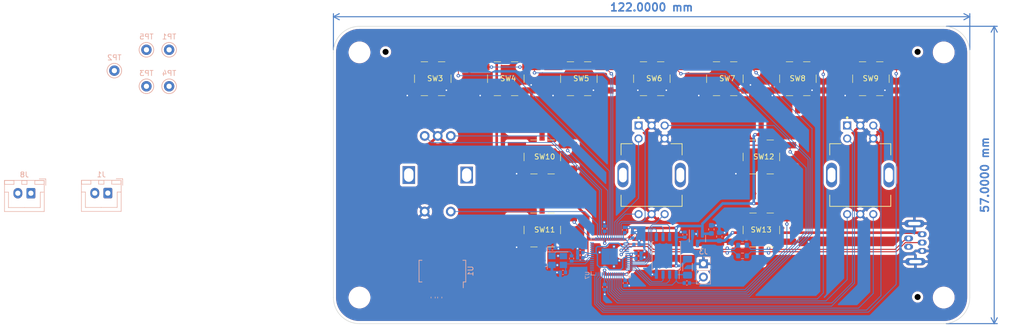
<source format=kicad_pcb>
(kicad_pcb (version 20211014) (generator pcbnew)
  (title_block (date "${DATE}") (rev "${REVISION}"))
  (layers (0 "F.Cu" signal) (31 "B.Cu" signal) (34 "B.Paste" user) (35 "F.Paste" user) (36 "B.SilkS" user "B.Silkscreen") (37 "F.SilkS" user "F.Silkscreen") (38 "B.Mask" user) (39 "F.Mask" user) (44 "Edge.Cuts" user))
  (net 0 "")
  (net 1 "+3V3")
  (net 2 "GND")
  (net 3 "/RP2040/XIN")
  (net 4 "/RP2040/XOUT")
  (net 5 "VBUS")
  (net 6 "+1V1")
  (net 7 "/RP2040/USB_D-")
  (net 8 "/RP2040/USB_D+")
  (net 10 "/BARO_A")
  (net 11 "/STD_BTN")
  (net 12 "/BARO_B")
  (net 13 "/MENU_ADV_A")
  (net 14 "/MENU_ADV_A'")
  (net 15 "/DATA_B'")
  (net 16 "/DATA_B")
  (net 17 "/SELECT_BTN")
  (net 19 "/TILT_A")
  (net 21 "/TILT_A'")
  (net 22 "/RANGE_B")
  (net 23 "/AUTO_TILT_BTN")
  (net 24 "/RANGE_B'")
  (net 25 "/MASTER_WARNING")
  (net 26 "/MASTER_CAUTION")
  (net 27 "/RP2040/QSPI_SS")
  (net 28 "/RP2040/~{USB_BOOT}")
  (net 29 "/RP2040/XOUT_R")
  (net 30 "/REXT")
  (net 31 "/NAV")
  (net 32 "/LED_NAV")
  (net 33 "/PFD_MENU")
  (net 34 "/LED_PFD_MENU")
  (net 35 "/ESC")
  (net 36 "/LED_ESC")
  (net 37 "/ET")
  (net 38 "/LED_ET")
  (net 39 "/FRMT")
  (net 40 "/LED_FRMT")
  (net 41 "/TERRWX")
  (net 42 "/LED_TERRWX")
  (net 43 "/TFC")
  (net 44 "/LED_TFC")
  (net 45 "/CCP_MENU")
  (net 46 "/LED_CCP_MENU")
  (net 47 "/REFS_MENU")
  (net 48 "/LED_REFS_MENU")
  (net 49 "/RADAR_MENU")
  (net 50 "/LED_RADAR_MENU")
  (net 51 "/TAWS_MENU")
  (net 52 "/LED_TAWS_MENU")
  (net 53 "/LED_DIN")
  (net 54 "/LED_CLOCK")
  (net 55 "/LED_LATCH")
  (net 56 "/BRIGHTNESS")
  (net 57 "/LED_MASTER_CAUTION")
  (net 58 "/LED_MASTER_WARNING")
  (net 63 "/RP2040/QSPI_SD1")
  (net 64 "/RP2040/QSPI_SD2")
  (net 65 "/RP2040/QSPI_SD0")
  (net 66 "/RP2040/QSPI_SCLK")
  (net 67 "/RP2040/QSPI_SD3")
  (net 70 "/RP2040/~{RST}")
  (net 73 "/RP2040/USB_D_R+")
  (net 74 "/RP2040/USB_D_R-")
  (net 75 "/RP2040/GPIO12")
  (net 76 "/RP2040/GPIO17")
  (net 77 "/RP2040/GPIO16")
  (net 78 "/RP2040/GPIO15")
  (net 79 "/RP2040/GPIO14")
  (net 80 "/RP2040/GPIO13")
  (footprint "Custom_Footprints:SW_PUSH_LED_SMD" (layer "F.Cu") (at 39 30)
    (fp_text reference "SW3")
    (fp_text value "SW_PUSH_LED")
  )
  (footprint "Custom_Footprints:SW_PUSH_LED_SMD" (layer "F.Cu") (at 60 59)
    (fp_text reference "SW11")
    (fp_text value "SW_PUSH_LED")
  )
  (footprint "Custom_Footprints:SW_PUSH_LED_SMD" (layer "F.Cu") (at 102 45)
    (fp_text reference "SW12")
    (fp_text value "SW_PUSH_LED")
  )
  (footprint "Custom_Footprints:SW_PUSH_LED_SMD" (layer "F.Cu") (at 81 30)
    (fp_text reference "SW6")
    (fp_text value "SW_PUSH_LED")
  )
  (footprint "MountingHole:MountingHole_3.2mm_M3" (layer "F.Cu") (at 25 72)
    (fp_text reference "H3" hide)
    (fp_text value "Board mount" hide)
  )
  (footprint "Custom_Footprints:SW_PUSH_LED_SMD" (layer "F.Cu") (at 123 30)
    (fp_text reference "SW9")
    (fp_text value "SW_PUSH_LED")
  )
  (footprint "Custom_Footprints:SW_PUSH_LED_SMD" (layer "F.Cu") (at 95 30)
    (fp_text reference "SW7")
    (fp_text value "SW_PUSH_LED")
  )
  (footprint "MountingHole:MountingHole_3.2mm_M3" (layer "F.Cu") (at 25 25)
    (fp_text reference "H1" hide)
    (fp_text value "Board mount" hide)
  )
  (footprint "Custom_Footprints:SW_PUSH_LED_SMD" (layer "F.Cu") (at 67 30)
    (fp_text reference "SW5")
    (fp_text value "SW_PUSH_LED")
  )
  (footprint "Custom_Footprints:ALPS-EC11EBB24C03-0" (layer "F.Cu") (at 121 48.514)
    (fp_text reference "ENC3" hide)
    (fp_text value "TILT and RANGE encoder" hide)
  )
  (footprint "Custom_Footprints:SW_PUSH_LED_SMD" (layer "F.Cu") (at 102 59)
    (fp_text reference "SW13")
    (fp_text value "SW_PUSH_LED")
  )
  (footprint "Custom_Footprints:SW_PUSH_LED_SMD" (layer "F.Cu") (at 53 30)
    (fp_text reference "SW4")
    (fp_text value "SW_PUSH_LED")
  )
  (footprint "Custom_Footprints:ALPS-EC11EBB24C03-0" (layer "F.Cu") (at 81 48.514)
    (fp_text reference "ENC2" hide)
    (fp_text value "MENU ADV and DATA encoder" hide)
  )
  (footprint "MountingHole:MountingHole_3.2mm_M3" (layer "F.Cu") (at 137 72)
    (fp_text reference "H4" hide)
    (fp_text value "Board mount" hide)
  )
  (footprint "MountingHole:MountingHole_3.2mm_M3" (layer "F.Cu") (at 137 25)
    (fp_text reference "H2" hide)
    (fp_text value "Board mount" hide)
  )
  (footprint "Custom_Footprints:SW_PUSH_LED_SMD" (layer "F.Cu") (at 109 30)
    (fp_text reference "SW8")
    (fp_text value "SW_PUSH_LED")
  )
  (footprint "Custom_Footprints:EN11-HSM1BF20_THT" (layer "F.Cu") (at 40 48.514 180)
    (fp_text reference "ENC1" hide)
    (fp_text value "BARO encoder" hide)
  )
  (footprint "Custom_Footprints:SW_PUSH_LED_SMD" (layer "F.Cu") (at 60 45)
    (fp_text reference "SW10")
    (fp_text value "SW_PUSH_LED")
  )
  (footprint "Package_SO:SSOP-24_3.9x8.7mm_P0.635mm" (layer "B.Cu") (at 40.894 66.929 90)
    (fp_text reference "U1")
    (fp_text value "DM13A")
  )
  (footprint "Custom_Footprints:JLCPCB_Tooling_Hole" (layer "B.Cu") (at 132 25 180)
    (fp_text reference "H8" hide)
    (fp_text value "JLCPCB tooling" hide)
  )
  (footprint "TestPoint:TestPoint_Keystone_5000-5004_Miniature" (layer "B.Cu") (at -11.5 31.5 180)
    (fp_text reference "TP4")
    (fp_text value "TestPoint")
  )
  (footprint "Custom_Footprints:Perfect_0402" (layer "B.Cu") (at 67.31 64.389 180)
    (fp_text reference "C20" hide)
    (fp_text value "1uF" hide)
  )
  (footprint "Custom_Footprints:Perfect_0402" (layer "B.Cu") (at 87.376 59.944 90)
    (fp_text reference "C8" hide)
    (fp_text value "100nF" hide)
  )
  (footprint "Custom_Footprints:Perfect_0402" (layer "B.Cu") (at 77.343 60.071 90)
    (fp_text reference "C13" hide)
    (fp_text value "1uF" hide)
  )
  (footprint "Connector_JST:JST_XH_B2B-XH-A_1x02_P2.50mm_Vertical" (layer "B.Cu") (at -38 52 180)
    (fp_text reference "J8")
    (fp_text value "Conn_01x02")
  )
  (footprint "TestPoint:TestPoint_Keystone_5000-5004_Miniature" (layer "B.Cu") (at -15.85 24.5 180)
    (fp_text reference "TP5")
    (fp_text value "TestPoint")
  )
  (footprint "TestPoint:TestPoint_Keystone_5000-5004_Miniature" (layer "B.Cu") (at -11.5 24.5 180)
    (fp_text reference "TP1")
    (fp_text value "TestPoint")
  )
  (footprint "Custom_Footprints:Perfect_0402" (layer "B.Cu") (at 61.976 62.484)
    (fp_text reference "C6" hide)
    (fp_text value "10pF" hide)
  )
  (footprint "Custom_Footprints:USB_B_Mini_Amphenol_UE25BE5510H" (layer "B.Cu") (at 131.572 61.468 90)
    (fp_text reference "J6" hide)
    (fp_text value "USB_B_Micro" hide)
  )
  (footprint "Package_TO_SOT_SMD:SOT-23" (layer "B.Cu") (at 89.789 60.706 -90)
    (fp_text reference "U2" hide)
    (fp_text value "XC6206P332MR" hide)
  )
  (footprint "Custom_Footprints:Perfect_0402" (layer "B.Cu") (at 65.659 64.516 90)
    (fp_text reference "R2" hide)
    (fp_text value "1k" hide)
  )
  (footprint "Resistor_SMD:R_1206_3216Metric_Pad1.30x1.75mm_HandSolder" (layer "B.Cu") (at 87.884 66.167 -90)
    (fp_text reference "R5" hide)
    (fp_text value "DNF" hide)
  )
  (footprint "Custom_Footprints:Perfect_0402" (layer "B.Cu") (at 75.946 69.215 -90)
    (fp_text reference "C19" hide)
    (fp_text value "1uF" hide)
  )
  (footprint "Custom_Footprints:Perfect_0402" (layer "B.Cu") (at 64.008 67.183 180)
    (fp_text reference "C5" hide)
    (fp_text value "10pF" hide)
  )
  (footprint "Resistor_SMD:R_0603_1608Metric" (layer "B.Cu") (at 98.425 61.976 180)
    (fp_text reference "R7" hide)
    (fp_text value "27" hide)
  )
  (footprint "Custom_Footprints:Perfect_0402" (layer "B.Cu") (at 78.486 64.516)
    (fp_text reference "C11" hide)
    (fp_text value "1uF" hide)
  )
  (footprint "Custom_Footprints:Perfect_0402" (layer "B.Cu") (at 75.819 59.055 90)
    (fp_text reference "C15" hide)
    (fp_text value "1uF" hide)
  )
  (footprint "TestPoint:TestPoint_Keystone_5000-5004_Miniature" (layer "B.Cu") (at -22 28.5 180)
    (fp_text reference "TP2")
    (fp_text value "TestPoint")
  )
  (footprint "Custom_Footprints:JLCPCB_Tooling_Hole" (layer "B.Cu") (at 30 25 180)
    (fp_text reference "H10" hide)
    (fp_text value "JLCPCB tooling" hide)
  )
  (footprint "Custom_Footprints:JLCPCB_Tooling_Hole" (layer "B.Cu") (at 132 72 180)
    (fp_text reference "H9" hide)
    (fp_text value "JLCPCB tooling" hide)
  )
  (footprint "Custom_Footprints:Perfect_0402" (layer "B.Cu") (at 72.009 58.801 90)
    (fp_text reference "C18" hide)
    (fp_text value "1uF" hide)
  )
  (footprint "Custom_Footprints:Perfect_0402" (layer "B.Cu") (at 87.757 69.215)
    (fp_text reference "R3" hide)
    (fp_text value "1k" hide)
  )
  (footprint "Crystal:Crystal_SMD_3225-4Pin_3.2x2.5mm" (layer "B.Cu") (at 62.992 64.897)
    (fp_text reference "Y1" hide)
    (fp_text value "X322512MSB4SI" hide)
  )
  (footprint "Custom_Footprints:Perfect_0402" (layer "B.Cu") (at 78.486 63.5)
    (fp_text reference "C16" hide)
    (fp_text value "1uF" hide)
  )
  (footprint "Capacitor_SMD:C_0603_1608Metric" (layer "B.Cu") (at 93.98 60.325 90)
    (fp_text reference "C7" hide)
    (fp_text value "1uF" hide)
  )
  (footprint "Custom_Footprints:Perfect_0402" (layer "B.Cu") (at 72.009 69.977 -90)
    (fp_text reference "C17" hide)
    (fp_text value "1uF" hide)
  )
  (footprint "Custom_Footprints:QFN57P40_700X700X90L40X18T310N" (layer "B.Cu") (at 72.9488 64.135 180)
    (fp_text reference "U7")
    (fp_text value "RP2040")
  )
  (footprint "Custom_Footprints:Perfect_0402" (layer "B.Cu") (at 39.116 72.009 90)
    (fp_text reference "R1")
    (fp_text value "R_Small" hide)
  )
  (footprint "Connector_JST:JST_XH_B2B-XH-A_1x02_P2.50mm_Vertical" (layer "B.Cu") (at -23.25 51.975 180)
    (fp_text reference "J1")
    (fp_text value "Conn_01x02")
  )
  (footprint "Capacitor_SMD:C_0603_1608Metric" (layer "B.Cu") (at 92.456 58.928 90)
    (fp_text reference "C9" hide)
    (fp_text value "1uF" hide)
  )
  (footprint "Resistor_SMD:R_0603_1608Metric" (layer "B.Cu") (at 98.425 64.008 180)
    (fp_text reference "R6" hide)
    (fp_text value "27" hide)
  )
  (footprint "Custom_Footprints:Perfect_0402" (layer "B.Cu") (at 78.105 61.849)
    (fp_text reference "C10" hide)
    (fp_text value "1uF" hide)
  )
  (footprint "Custom_Footprints:Perfect_0402" (layer "B.Cu") (at 67.31 63.373 180)
    (fp_text reference "C12" hide)
    (fp_text value "1uF" hide)
  )
  (footprint "Custom_Footprints:Perfect_0402" (layer "B.Cu") (at 40.386 72.009 90)
    (fp_text reference "C1")
    (fp_text value "100nF" hide)
  )
  (footprint "Connector_PinHeader_2.54mm:PinHeader_1x02_P2.54mm_Vertical" (layer "B.Cu") (at 90.932 65.527 180)
    (fp_text reference "J3")
    (fp_text value "Conn_01x02" hide)
  )
  (footprint "Package_SO:SOIC-8_5.23x5.23mm_P1.27mm" (layer "B.Cu") (at 83.82 64.008 90)
    (fp_text reference "U6" hide)
    (fp_text value "W25Q128JVS" hide)
  )
  (footprint "TestPoint:TestPoint_Keystone_5000-5004_Miniature" (layer "B.Cu") (at -15.85 31.5 180)
    (fp_text reference "TP3")
    (fp_text value "TestPoint")
  )
  (gr_arc (start 137 20) (mid 140.535534 21.464466) (end 142 25) (layer "Edge.Cuts") (width 0.1))
  (gr_line (start 142 72) (end 142 25) (layer "Edge.Cuts") (width 0.1))
  (gr_arc (start 25 77) (mid 21.464466 75.535534) (end 20 72) (layer "Edge.Cuts") (width 0.1))
  (gr_line (start 25 77) (end 137 77) (layer "Edge.Cuts") (width 0.1))
  (gr_line (start 25 20) (end 137 20) (layer "Edge.Cuts") (width 0.1))
  (gr_arc (start 142 72) (mid 140.535534 75.535534) (end 137 77) (layer "Edge.Cuts") (width 0.1))
  (gr_arc (start 20 25) (mid 21.464466 21.464466) (end 25 20) (layer "Edge.Cuts") (width 0.1))
  (gr_line (start 20 25) (end 20 72) (layer "Edge.Cuts") (width 0.1))
  (dimension (type aligned) (layer "B.Cu") (pts (xy 137 20) (xy 137 77)) (height -9.685) (gr_text "57.0000 mm" (at 144.885 48.5 90) (layer "B.Cu") (effects (font (size 1.5 1.5) (thickness 0.3)))) (format (units 3) (units_format 1) (precision 4)) (style (thickness 0.2) (arrow_length 1.27) (text_position_mode 0) (extension_height 0.58642) (extension_offset 0.5) keep_text_aligned))
  (dimension (type aligned) (layer "B.Cu") (pts (xy 20 25) (xy 142 25)) (height -6.839) (gr_text "122.0000 mm" (at 81 16.361) (layer "B.Cu") (effects (font (size 1.5 1.5) (thickness 0.3)))) (format (units 3) (units_format 1) (precision 4)) (style (thickness 0.2) (arrow_length 1.27) (text_position_mode 0) (extension_height 0.58642) (extension_offset 0.5) keep_text_aligned))
  (segment (start 76.327 60.833) (end 72.009 60.833) (width 0.5) (layer "F.Cu") (net 1))
  (segment (start 53.763 40.174) (end 60 40.174) (width 0.5) (layer "F.Cu") (net 1))
  (segment (start 76.327 60.833) (end 77.305501 59.854499) (width 0.5) (layer "F.Cu") (net 1))
  (segment (start 60 54.174) (end 57.095 54.174) (width 0.5) (layer "F.Cu") (net 1))
  (segment (start 77.089 65.786) (end 77.089 63.73698) (width 0.5) (layer "F.Cu") (net 1))
  (segment (start 100.838 40.767) (end 101.407 40.767) (width 0.5) (layer "F.Cu") (net 1))
  (segment (start 123 25.174) (end 39 25.174) (width 0.5) (layer "F.Cu") (net 1))
  (segment (start 77.305501 59.854499) (end 77.305501 58.674) (width 0.5) (layer "F.Cu") (net 1))
  (segment (start 71.984932 66.769776) (end 71.984932 67.539932) (width 0.5) (layer "F.Cu") (net 1))
  (segment (start 72.009 67.564) (end 76.2 67.564) (width 0.5) (layer "F.Cu") (net 1))
  (segment (start 68.834 56.642) (end 66.366 54.174) (width 0.5) (layer "F.Cu") (net 1))
  (segment (start 51.308 25.4) (end 51.308 37.719) (width 0.5) (layer "F.Cu") (net 1))
  (segment (start 72.009 60.833) (end 72.009 61.595) (width 0.5) (layer "F.Cu") (net 1))
  (segment (start 68.802668 63.986292) (end 68.802668 60.864332) (width 0.2) (layer "F.Cu") (net 1))
  (segment (start 77.305501 58.674) (end 85.725 58.674) (width 0.5) (layer "F.Cu") (net 1))
  (segment (start 57.095 54.174) (end 51.308 48.387) (width 0.5) (layer "F.Cu") (net 1))
  (segment (start 66.366 54.174) (end 60 54.174) (width 0.5) (layer "F.Cu") (net 1))
  (segment (start 77.089 63.73698) (end 77.09048 63.7355) (width 0.5) (layer "F.Cu") (net 1))
  (segment (start 71.984932 67.539932) (end 72.009 67.564) (width 0.5) (layer "F.Cu") (net 1))
  (segment (start 77.089 66.675) (end 77.089 65.786) (width 0.5) (layer "F.Cu") (net 1))
  (segment (start 85.725 65.913) (end 77.216 65.913) (width 0.5) (layer "F.Cu") (net 1))
  (segment (start 68.802668 63.986292) (end 68.707 64.08196) (width 0.2) (layer "F.Cu") (net 1))
  (segment (start 51.308 37.719) (end 53.763 40.174) (width 0.5) (layer "F.Cu") (net 1))
  (segment (start 51.308 48.387) (end 51.308 37.719) (width 0.5) (layer "F.Cu") (net 1))
  (segment (start 68.802668 60.864332) (end 68.834 60.833) (width 0.2) (layer "F.Cu") (net 1))
  (segment (start 68.834 60.833) (end 68.834 56.642) (width 0.5) (layer "F.Cu") (net 1))
  (segment (start 77.216 65.913) (end 77.089 65.786) (width 0.25) (layer "F.Cu") (net 1))
  (segment (start 101.407 40.767) (end 102 40.174) (width 0.5) (layer "F.Cu") (net 1))
  (segment (start 100.584 53.975) (end 101.801 53.975) (width 0.5) (layer "F.Cu") (net 1))
  (segment (start 76.2 67.564) (end 77.089 66.675) (width 0.5) (layer "F.Cu") (net 1))
  (segment (start 68.834 60.833) (end 72.009 60.833) (width 0.5) (layer "F.Cu") (net 1))
  (via (at 77.09048 63.7355) (size 0.65) (drill 0.3) (layers "F.Cu" "B.Cu") (net 1))
  (via (at 85.725 65.913) (size 0.65) (drill 0.3) (layers "F.Cu" "B.Cu") (net 1))
  (via (at 100.838 40.767) (size 0.65) (drill 0.3) (layers "F.Cu" "B.Cu") (net 1))
  (via (at 100.584 53.975) (size 0.65) (drill 0.3) (layers "F.Cu" "B.Cu") (net 1))
  (via (at 71.984932 66.769776) (size 0.65) (drill 0.3) (layers "F.Cu" "B.Cu") (net 1))
  (via (at 76.2 67.564) (size 0.65) (drill 0.3) (layers "F.Cu" "B.Cu") (net 1))
  (via (at 68.488949 64.05234) (size 0.65) (drill 0.3) (layers "F.Cu" "B.Cu") (net 1))
  (via (at 76.327 60.833) (size 0.65) (drill 0.3) (layers "F.Cu" "B.Cu") (net 1))
  (via (at 72.009 61.595) (size 0.65) (drill 0.3) (layers "F.Cu" "B.Cu") (net 1))
  (via (at 85.725 58.674) (size 0.65) (drill 0.3) (layers "F.Cu" "B.Cu") (net 1))
  (segment (start 75.752 61.535) (end 75.692 61.595) (width 0.2) (layer "B.Cu") (net 1))
  (segment (start 76.327 60.833) (end 77.081 60.833) (width 0.2) (layer "B.Cu") (net 1))
  (segment (start 71.9488 60.75) (end 71.9488 59.3612) (width 0.15) (layer "B.Cu") (net 1))
  (segment (start 77.09048 63.62848) (end 77.09048 63.7355) (width 0.2) (layer "B.Cu") (net 1))
  (segment (start 75.692 61.595) (end 75.692 61.849) (width 0.2) (layer "B.Cu") (net 1))
  (segment (start 85.725 58.674) (end 86.106 58.293) (width 0.5) (layer "B.Cu") (net 1))
  (segment (start 71.9488 67.52) (end 71.9488 69.4168) (width 0.2) (layer "B.Cu") (net 1))
  (segment (start 86.106 58.293) (end 90.297 58.293) (width 0.5) (layer "B.Cu") (net 1))
  (segment (start 75.5488 67.52) (end 76.156 67.52) (width 0.2) (layer "B.Cu") (net 1))
  (segment (start 76.89098 63.935) (end 77.09048 63.7355) (width 0.2) (layer "B.Cu") (net 1))
  (segment (start 76.997 63.535) (end 77.09048 63.62848) (width 0.2) (layer "B.Cu") (net 1))
  (segment (start 75.778 61.935) (end 76.3338 61.935) (width 0.2) (layer "B.Cu") (net 1))
  (segment (start 76.327 60.96) (end 76.327 60.833) (width 0.2) (layer "B.Cu") (net 1))
  (segment (start 85.725 58.674) (end 85.725 60.408) (width 0.5) (layer "B.Cu") (net 1))
  (segment (start 90.739 59.7685) (end 92.3905 59.7685) (width 0.5) (layer "B.Cu") (net 1))
  (segment (start 77.32598 63.5) (end 77.09048 63.7355) (width 0.2) (layer "B.Cu") (net 1))
  (segment (start 90.739 59.7685) (end 90.739 57.851) (width 0.5) (layer "B.Cu") (net 1))
  (segment (start 87.376 60.444) (end 85.761 60.444) (width 0.25) (layer "B.Cu") (net 1))
  (segment (start 75.5488 60.75) (end 75.5488 59.9522) (width 0.2) (layer "B.Cu") (net 1))
  (segment (start 69.5638 63.935) (end 68.85396 63.935) (width 0.2) (layer "B.Cu") (net 1))
  (segment (start 71.9488 61.5348) (end 72.009 61.595) (width 0.2) (layer "B.Cu") (net 1))
  (segment (start 77.986 63.5) (end 77.32598 63.5) (width 0.2) (layer "B.Cu") (net 1))
  (segment (start 76.156 67.52) (end 76.2 67.564) (width 0.2) (layer "B.Cu") (net 1))
  (segment (start 90.739 57.851) (end 94.615 53.975) (width 0.5) (layer "B.Cu") (net 1))
  (segment (start 76.3338 60.9668) (end 76.3338 61.535) (width 0.2) (layer "B.Cu") (net 1))
  (segment (start 87.884 64.617) (end 86.588 65.913) (width 0.5) (layer "B.Cu") (net 1))
  (segment (start 75.5488 60.75) (end 76.117 60.75) (width 0.2) (layer "B.Cu") (net 1))
  (segment (start 67.81 64.389) (end 68.152289 64.389) (width 0.2) (layer "B.Cu") (net 1))
  (segment (start 100.584 53.975) (end 100.584 41.021) (width 0.5) (layer "B.Cu") (net 1))
  (segment (start 76.3338 63.935) (end 76.89098 63.935) (width 0.2) (layer "B.Cu") (net 1))
  (segment (start 71.9488 67.52) (end 71.9488 66.805908) (width 0.2) (layer "B.Cu") (net 1))
  (segment (start 68.152289 64.389) (end 68.488949 64.05234) (width 0.2) (layer "B.Cu") (net 1))
  (segment (start 76.117 60.75) (end 76.3338 60.9668) (width 0.2) (layer "B.Cu") (net 1))
  (segment (start 77.081 60.833) (end 77.343 60.571) (width 0.2) (layer "B.Cu") (net 1))
  (segment (start 71.9488 66.805908) (end 71.984932 66.769776) (width 0.2) (layer "B.Cu") (net 1))
  (segment (start 75.5488 67.52) (end 75.5488 68.0558) (width 0.2) (layer "B.Cu") (net 1))
  (segment (start 76.3338 63.535) (end 76.997 63.535) (width 0.2) (layer "B.Cu") (net 1))
  (segment (start 75.5488 68.0558) (end 75.946 68.453) (width 0.2) (layer "B.Cu") (net 1))
  (segment (start 75.692 61.849) (end 75.778 61.935) (width 0.2) (layer "B.Cu") (net 1))
  (segment (start 76.3338 61.535) (end 75.752 61.535) (width 0.2) (layer "B.Cu") (net 1))
  (segment (start 68.85396 63.935) (end 68.802668 63.986292) (width 0.2) (layer "B.Cu") (net 1))
  (segment (start 85.725 60.408) (end 85.725 65.913) (width 0.5) (layer "B.Cu") (net 1))
  (segment (start 75.5488 59.9522) (end 75.946 59.555) (width 0.2) (layer "B.Cu") (net 1))
  (segment (start 94.615 53.975) (end 100.584 53.975) (width 0.5) (layer "B.Cu") (net 1))
  (segment (start 75.946 68.453) (end 75.946 68.715) (width 0.2) (layer "B.Cu") (net 1))
  (segment (start 100.584 41.021) (end 100.838 40.767) (width 0.5) (layer "B.Cu") (net 1))
  (segment (start 71.9488 60.75) (end 71.9488 61.5348) (width 0.2) (layer "B.Cu") (net 1))
  (segment (start 86.588 65.913) (end 85.725 65.913) (width 0.5) (layer "B.Cu") (net 1))
  (segment (start 48.174 32.298) (end 48.174 33.233) (width 0.2) (layer "F.Cu") (net 2))
  (segment (start 55.174 47.298) (end 55.174 48.204) (width 0.2) (layer "F.Cu") (net 2))
  (segment (start 111.082 61.298) (end 111.125 61.341) (width 0.2) (layer "F.Cu") (net 2))
  (segment (start 48.174 33.233) (end 48.133 33.274) (width 0.2) (layer "F.Cu") (net 2))
  (segment (start 57.953 31.283) (end 57.912 31.242) (width 0.15) (layer "F.Cu") (net 2))
  (segment (start 62.174 33.203) (end 62.103 33.274) (width 0.2) (layer "F.Cu") (net 2))
  (segment (start 99.953 31.246) (end 99.949 31.242) (width 0.15) (layer "F.Cu") (net 2))
  (segment (start 57.953 32.298) (end 57.953 31.283) (width 0.15) (layer "F.Cu") (net 2))
  (segment (start 34.174 32.298) (end 34.174 33.263) (width 0.2) (layer "F.Cu") (net 2))
  (segment (start 118.174 33.21) (end 118.11 33.274) (width 0.2) (layer "F.Cu") (net 2))
  (segment (start 106.953 61.298) (end 111.082 61.298) (width 0.2) (layer "F.Cu") (net 2))
  (segment (start 99.953 32.298) (end 99.953 31.246) (width 0.15) (layer "F.Cu") (net 2))
  (segment (start 43.953 32.298) (end 41.696 32.298) (width 0.15) (layer "F.Cu") (net 2))
  (segment (start 125.77 32.298) (end 125.73 32.258) (width 0.15) (layer "F.Cu") (net 2))
  (segment (start 85.953 32.298) (end 83.86 32.298) (width 0.15) (layer "F.Cu") (net 2))
  (segment (start 104.564 61.298) (end 97.174 61.298) (width 0.2) (layer "F.Cu") (net 2))
  (segment (start 78.319 32.298) (end 78.359 32.258) (width 0.15) (layer "F.Cu") (net 2))
  (segment (start 127.953 32.298) (end 125.77 32.298) (width 0.15) (layer "F.Cu") (net 2))
  (segment (start 69.89 32.298) (end 69.85 32.258) (width 0.15) (layer "F.Cu") (net 2))
  (segment (start 62.174 32.298) (end 62.174 33.203) (width 0.2) (layer "F.Cu") (net 2))
  (segment (start 64.953 61.298) (end 55.174 61.298) (width 0.2) (layer "F.Cu") (net 2))
  (segment (start 55.174 61.298) (end 55.174 62.301) (width 0.2) (layer "F.Cu") (net 2))
  (segment (start 113.953 32.298) (end 111.8 32.298) (width 0.15) (layer "F.Cu") (net 2))
  (segment (start 111.8 32.298) (end 111.76 32.258) (width 0.15) (layer "F.Cu") (net 2))
  (segment (start 55.174 48.204) (end 55.118 48.26) (width 0.2) (layer "F.Cu") (net 2))
  (segment (start 90.174 33.143) (end 90.043 33.274) (width 0.2) (layer "F.Cu") (net 2))
  (segment (start 34.174 33.263) (end 34.163 33.274) (width 0.2) (layer "F.Cu") (net 2))
  (segment (start 106.953 61.298) (end 104.564 61.298) (width 0.2) (layer "F.Cu") (net 2))
  (segment (start 90.174 32.298) (end 90.174 33.143) (width 0.2) (layer "F.Cu") (net 2))
  (segment (start 104.174 32.298) (end 104.174 33.24) (width 0.2) (layer "F.Cu") (net 2))
  (segment (start 104.174 33.24) (end 104.14 33.274) (width 0.2) (layer "F.Cu") (net 2))
  (segment (start 97.174 48.241) (end 97.155 48.26) (width 0.2) (layer "F.Cu") (net 2))
  (segment (start 41.696 32.298) (end 41.656 32.258) (width 0.15) (layer "F.Cu") (net 2))
  (segment (start 118.174 32.298) (end 118.174 33.21) (width 0.2) (layer "F.Cu") (net 2))
  (segment (start 64.953 47.298) (end 55.174 47.298) (width 0.2) (layer "F.Cu") (net 2))
  (segment (start 71.953 32.298) (end 69.89 32.298) (width 0.15) (layer "F.Cu") (net 2))
  (segment (start 83.86 32.298) (end 83.82 32.258) (width 0.15) (layer "F.Cu") (net 2))
  (segment (start 76.174 32.298) (end 78.319 32.298) (width 0.15) (layer "F.Cu") (net 2))
  (segment (start 55.174 62.301) (end 55.118 62.357) (width 0.2) (layer "F.Cu") (net 2))
  (segment (start 97.174 47.298) (end 97.174 48.241) (width 0.2) (layer "F.Cu") (net 2))
  (segment (start 106.953 47.298) (end 97.174 47.298) (width 0.2) (layer "F.Cu") (net 2))
  (via (at 48.133 33.274) (size 0.65) (drill 0.3) (layers "F.Cu" "B.Cu") (net 2))
  (via (at 63.119 62.611) (size 0.65) (drill 0.3) (layers "F.Cu" "B.Cu") (net 2))
  (via (at 90.043 33.274) (size 0.65) (drill 0.3) (layers "F.Cu" "B.Cu") (net 2))
  (via (at 104.14 33.274) (size 0.65) (drill 0.3) (layers "F.Cu" "B.Cu") (net 2))
  (via (at 57.912 31.242) (size 0.65) (drill 0.3) (layers "F.Cu" "B.Cu") (net 2))
  (via (at 76.708 69.723) (size 0.65) (drill 0.3) (layers "F.Cu" "B.Cu") (net 2))
  (via (at 73.787 66.04) (size 0.65) (drill 0.3) (layers "F.Cu" "B.Cu") (net 2))
  (via (at 63.066502 64.008) (size 0.65) (drill 0.3) (layers "F.Cu" "B.Cu") (net 2))
  (via (at 71.043278 63.337587) (size 0.65) (drill 0.3) (layers "F.Cu" "B.Cu") (net 2))
  (via (at 69.85 32.258) (size 0.65) (drill 0.3) (layers "F.Cu" "B.Cu") (net 2))
  (via (at 41.656 32.258) (size 0.65) (drill 0.3) (layers "F.Cu" "B.Cu") (net 2))
  (via (at 76.581 58.547) (size 0.65) (drill 0.3) (layers "F.Cu" "B.Cu") (net 2))
  (via (at 118.11 33.274) (size 0.65) (drill 0.3) (layers "F.Cu" "B.Cu") (net 2))
  (via (at 62.917498 65.786) (size 0.65) (drill 0.3) (layers "F.Cu" "B.Cu") (net 2))
  (via (at 79.629 63.119) (size 0.65) (drill 0.3) (layers "F.Cu" "B.Cu") (net 2))
  (via (at 74.803 64.897) (size 0.65) (drill 0.3) (layers "F.Cu" "B.Cu") (net 2))
  (via (at 94.996 59.563) (size 0.65) (drill 0.3) (layers "F.Cu" "B.Cu") (net 2))
  (via (at 71.927364 57.573512) (size 0.65) (drill 0.3) (layers "F.Cu" "B.Cu") (net 2))
  (via (at 55.118 62.357) (size 0.65) (drill 0.3) (layers "F.Cu" "B.Cu") (net 2))
  (via (at 111.76 32.258) (size 0.65) (drill 0.3) (layers "F.Cu" "B.Cu") (net 2))
  (via (at 93.345 58.166) (size 0.65) (drill 0.3) (layers "F.Cu" "B.Cu") (net 2))
  (via (at 81.153 67.564) (size 0.65) (drill 0.3) (layers "F.Cu" "B.Cu") (net 2))
  (via (at 111.125 61.341) (size 0.65) (drill 0.3) (layers "F.Cu" "B.Cu") (net 2))
  (via (at 72.009 71.374) (size 0.65) (drill 0.3) (layers "F.Cu" "B.Cu") (net 2))
  (via (at 97.155 48.26) (size 0.65) (drill 0.3) (layers "F.Cu" "B.Cu") (net 2))
  (via (at 55.118 48.26) (size 0.65) (drill 0.3) (layers "F.Cu" "B.Cu") (net 2))
  (via (at 99.949 31.242) (size 0.65) (drill 0.3) (layers "F.Cu" "B.Cu") (net 2))
  (via (at 125.73 32.258) (size 0.65) (drill 0.3) (layers "F.Cu" "B.Cu") (net 2))
  (via (at 34.163 33.274) (size 0.65) (drill 0.3) (layers "F.Cu" "B.Cu") (net 2))
  (via (at 86.614 59.436) (size 0.65) (drill 0.3) (layers "F.Cu" "B.Cu") (net 2))
  (via (at 83.82 32.258) (size 0.65) (drill 0.3) (layers "F.Cu" "B.Cu") (net 2))
  (via (at 78.105 59.563) (size 0.65) (drill 0.3) (layers "F.Cu" "B.Cu") (net 2))
  (via (at 73.787 62.23) (size 0.65) (drill 0.3) (layers "F.Cu" "B.Cu") (net 2))
  (via (at 89.535 59.817) (size 0.65) (drill 0.3) (layers "F.Cu" "B.Cu") (net 2))
  (via (at 78.613 61.087) (size 0.65) (drill 0.3) (layers "F.Cu" "B.Cu") (net 2))
  (via (at 78.359 32.258) (size 0.65) (drill 0.3) (layers "F.Cu" "B.Cu") (net 2))
  (via (at 62.103 33.274) (size 0.65) (drill 0.3) (layers "F.Cu" "B.Cu") (net 2))
  (via (at 62.865 67.183) (size 0.65) (drill 0.3) (layers "F.Cu" "B.Cu") (net 2))
  (via (at 79.621622 64.296122) (size 0.65) (drill 0.3) (layers "F.Cu" "B.Cu") (net 2))
  (via (at 66.802 62.611) (size 0.65) (drill 0.3) (layers "F.Cu" "B.Cu") (net 2))
  (segment (start 76.7 69.715) (end 76.708 69.723) (width 0.2) (layer "B.Cu") (net 2))
  (segment (start 73.7238 65.9768) (end 73.787 66.04) (width 0.2) (layer "B.Cu") (net 2))
  (segment (start 88.839 59.7685) (end 89.4865 59.7685) (width 0.2) (layer "B.Cu") (net 2))
  (segment (start 72.009 58.301) (end 72.009 57.655148) (width 0.15) (layer "B.Cu") (net 2))
  (segment (start 63.508 67.183) (end 62.865 67.183) (width 0.2) (layer "B.Cu") (net 2))
  (segment (start 74.79 64.91) (end 74.803 64.897) (width 0.2) (layer "B.Cu") (net 2))
  (segment (start 61.892 65.747) (end 62.878498 65.747) (width 0.2) (layer "B.Cu") (net 2))
  (segment (start 89.4865 59.7685) (end 89.535 59.817) (width 0.2) (layer "B.Cu") (net 2))
  (segment (start 78.986 64.516) (end 79.401744 64.516) (width 0.2) (layer "B.Cu") (net 2))
  (segment (start 86.622 59.444) (end 86.614 59.436) (width 0.25) (layer "B.Cu") (net 2))
  (segment (start 62.878498 65.747) (end 62.917498 65.786) (width 0.2) (layer "B.Cu") (net 2))
  (segment (start 93.332 58.153) (end 93.345 58.166) (width 0.2) (layer "B.Cu") (net 2))
  (segment (start 94.983 59.55) (end 94.996 59.563) (width 0.5) (layer "B.Cu") (net 2))
  (segment (start 87.376 59.444) (end 86.622 59.444) (width 0.25) (layer "B.Cu") (net 2))
  (segment (start 72.1738 63.36) (end 71.065691 63.36) (width 0.2) (layer "B.Cu") (net 2))
  (segment (start 62.476 62.611) (end 63.119 62.611) (width 0.2) (layer "B.Cu") (net 2))
  (segment (start 66.81 62.619) (end 66.802 62.611) (width 0.2) (layer "B.Cu") (net 2))
  (segment (start 79.401744 64.516) (end 79.621622 64.296122) (width 0.2) (layer "B.Cu") (net 2))
  (segment (start 63.105502 64.047) (end 63.066502 64.008) (width 0.2) (layer "B.Cu") (net 2))
  (segment (start 78.605 61.849) (end 78.605 61.095) (width 0.2) (layer "B.Cu") (net 2))
  (segment (start 73.7238 64.91) (end 73.7238 65.9768) (width 0.2) (layer "B.Cu") (net 2))
  (segment (start 75.819 58.555) (end 76.573 58.555) (width 0.2) (layer "B.Cu") (net 2))
  (segment (start 64.092 64.047) (end 63.105502 64.047) (width 0.2) (layer "B.Cu") (net 2))
  (segment (start 93.98 59.55) (end 94.983 59.55) (width 0.5) (layer "B.Cu") (net 2))
  (segment (start 75.946 69.715) (end 76.7 69.715) (width 0.2) (layer "B.Cu") (net 2))
  (segment (start 71.065691 63.36) (end 71.043278 63.337587) (width 0.2) (layer "B.Cu") (net 2))
  (segment (start 81.197 67.608) (end 81.153 67.564) (width 0.2) (layer "B.Cu") (net 2))
  (segment (start 77.343 59.571) (end 78.097 59.571) (width 0.2) (layer "B.Cu") (net 2))
  (segment (start 72.009 70.477) (end 72.009 71.374) (width 0.2) (layer "B.Cu") (net 2))
  (segment (start 76.573 58.555) (end 76.581 58.547) (width 0.2) (layer "B.Cu") (net 2))
  (segment (start 73.7238 63.36) (end 73.7238 62.2932) (width 0.2) (layer "B.Cu") (net 2))
  (segment (start 73.7238 64.91) (end 74.79 64.91) (width 0.2) (layer "B.Cu") (net 2))
  (segment (start 78.097 59.571) (end 78.105 59.563) (width 0.2) (layer "B.Cu") (net 2))
  (segment (start 72.009 57.655148) (end 71.927364 57.573512) (width 0.15) (layer "B.Cu") (net 2))
  (segment (start 92.456 58.153) (end 93.332 58.153) (width 0.2) (layer "B.Cu") (net 2))
  (segment (start 78.986 63.5) (end 79.248 63.5) (width 0.2) (layer "B.Cu") (net 2))
  (segment (start 73.7238 62.2932) (end 73.787 62.23) (width 0.2) (layer "B.Cu") (net 2))
  (segment (start 66.81 63.373) (end 66.81 62.619) (width 0.2) (layer "B.Cu") (net 2))
  (segment (start 78.605 61.095) (end 78.613 61.087) (width 0.2) (layer "B.Cu") (net 2))
  (segment (start 79.248 63.5) (end 79.629 63.119) (width 0.2) (layer "B.Cu") (net 2))
  (segment (start 81.915 67.608) (end 81.197 67.608) (width 0.2) (layer "B.Cu") (net 2))
  (segment (start 69.066186 64.735) (end 68.269186 65.532) (width 0.15) (layer "B.Cu") (net 3))
  (segment (start 68.269186 65.532) (end 67.437 65.532) (width 0.15) (layer "B.Cu") (net 3))
  (segment (start 67.428489 65.540511) (end 64.298489 65.540511) (width 0.15) (layer "B.Cu") (net 3))
  (segment (start 69.5638 64.735) (end 69.066186 64.735) (width 0.15) (layer "B.Cu") (net 3))
  (segment (start 67.437 65.532) (end 67.428489 65.540511) (width 0.15) (layer "B.Cu") (net 3))
  (segment (start 64.508 67.183) (end 64.508 66.163) (width 0.2) (layer "B.Cu") (net 3))
  (segment (start 62.741511 63.197489) (end 61.892 64.047) (width 0.2) (layer "B.Cu") (net 4))
  (segment (start 65.659 63.516) (end 65.340489 63.197489) (width 0.2) (layer "B.Cu") (net 4))
  (segment (start 61.476 62.611) (end 61.476 63.631) (width 0.2) (layer "B.Cu") (net 4))
  (segment (start 65.340489 63.197489) (end 62.741511 63.197489) (width 0.2) (layer "B.Cu") (net 4))
  (segment (start 65.659 64.016) (end 65.659 63.516) (width 0.2) (layer "B.Cu") (net 4))
  (segment (start 133.096 59.817) (end 132.842 59.563) (width 0.5) (layer "F.Cu") (net 5))
  (segment (start 132.842 59.563) (end 96.520001 59.562999) (width 0.5) (layer "F.Cu") (net 5))
  (via (at 96.520001 59.562999) (size 0.65) (drill 0.3) (layers "F.Cu" "B.Cu") (net 5))
  (segment (start 93.98 61.1) (end 90.3325 61.1) (width 0.5) (layer "B.Cu") (net 5))
  (segment (start 93.98 61.1) (end 94.983 61.1) (width 0.5) (layer "B.Cu") (net 5))
  (segment (start 94.983 61.1) (end 96.520001 59.562999) (width 0.5) (layer "B.Cu") (net 5))
  (segment (start 90.3325 61.1) (end 89.789 61.6435) (width 0.5) (layer "B.Cu") (net 5))
  (segment (start 70.993 66.167) (end 72.39 66.167) (width 0.25) (layer "B.Cu") (net 6))
  (segment (start 77.119 62.335) (end 77.605 61.849) (width 0.2) (layer "B.Cu") (net 6))
  (segment (start 75.438 66.294) (end 75.438 64.643) (width 0.25) (layer "B.Cu") (net 6))
  (segment (start 70.358 63.5) (end 70.612 63.754) (width 0.25) (layer "B.Cu") (net 6))
  (segment (start 68.879027 63.535) (end 68.828538 63.484511) (width 0.2) (layer "B.Cu") (net 6))
  (segment (start 70.612 62.23) (end 70.358 62.484) (width 0.25) (layer "B.Cu") (net 6))
  (segment (start 68.828538 63.484511) (end 68.576249 63.484511) (width 0.2) (layer "B.Cu") (net 6))
  (segment (start 75.391489 62.310489) (end 74.676 61.595) (width 0.25) (layer "B.Cu") (net 6))
  (segment (start 72.39 66.167) (end 72.898 66.675) (width 0.25) (layer "B.Cu") (net 6))
  (segment (start 74.676 61.595) (end 72.898 61.595) (width 0.25) (layer "B.Cu") (net 6))
  (segment (start 68.464739 63.373) (end 67.81 63.373) (width 0.2) (layer "B.Cu") (net 6))
  (segment (start 75.746 64.335) (end 76.3338 64.335) (width 0.25) (layer "B.Cu") (net 6))
  (segment (start 70.323 63.535) (end 69.5638 63.535) (width 0.25) (layer "B.Cu") (net 6))
  (segment (start 76.3338 64.335) (end 77.805 64.335) (width 0.25) (layer "B.Cu") (net 6))
  (segment (start 68.576249 63.484511) (end 68.464739 63.373) (width 0.2) (layer "B.Cu") (net 6))
  (segment (start 76.3338 62.335) (end 77.119 62.335) (width 0.2) (layer "B.Cu") (net 6))
  (segment (start 70.358 63.5) (end 70.323 63.535) (width 0.25) (layer "B.Cu") (net 6))
  (segment (start 72.898 66.675) (end 75.057 66.675) (width 0.25) (layer "B.Cu") (net 6))
  (segment (start 76.309289 62.310489) (end 75.391489 62.310489) (width 0.25) (layer "B.Cu") (net 6))
  (segment (start 75.057 66.675) (end 75.438 66.294) (width 0.25) (layer "B.Cu") (net 6))
  (segment (start 77.805 64.335) (end 77.986 64.516) (width 0.25) (layer "B.Cu") (net 6))
  (segment (start 70.612 65.786) (end 70.993 66.167) (width 0.25) (layer "B.Cu") (net 6))
  (segment (start 72.898 61.595) (end 72.263 62.23) (width 0.25) (layer "B.Cu") (net 6))
  (segment (start 69.5638 63.535) (end 68.879027 63.535) (width 0.2) (layer "B.Cu") (net 6))
  (segment (start 70.358 62.484) (end 70.358 63.5) (width 0.25) (layer "B.Cu") (net 6))
  (segment (start 72.263 62.23) (end 70.612 62.23) (width 0.25) (layer "B.Cu") (net 6))
  (segment (start 70.612 63.754) (end 70.612 65.786) (width 0.25) (layer "B.Cu") (net 6))
  (segment (start 75.438 64.643) (end 75.746 64.335) (width 0.25) (layer "B.Cu") (net 6))
  (segment (start 103.424502 62.542) (end 103.649502 62.767) (width 0.2) (layer "F.Cu") (net 7))
  (segment (start 130.272 61.018489) (end 129.454435 61.018489) (width 0.2) (layer "F.Cu") (net 7))
  (segment (start 127.705925 62.766999) (end 103.649501 62.766999) (width 0.2) (layer "F.Cu") (net 7))
  (segment (start 129.454435 61.018489) (end 127.705925 62.766999) (width 0.2) (layer "F.Cu") (net 7))
  (via (at 103.424502 62.542) (size 0.65) (drill 0.3) (layers "F.Cu" "B.Cu") (net 7))
  (segment (start 100.040999 62.766999) (end 103.199503 62.766999) (width 0.2) (layer "B.Cu") (net 7))
  (segment (start 99.25 61.976) (end 100.040999 62.766999) (width 0.2) (layer "B.Cu") (net 7))
  (segment (start 103.199503 62.766999) (end 103.424502 62.542) (width 0.2) (layer "B.Cu") (net 7))
  (segment (start 127.892307 63.217001) (end 103.649501 63.217001) (width 0.2) (layer "F.Cu") (net 8))
  (segment (start 103.424502 63.442) (end 103.649502 63.217) (width 0.2) (layer "F.Cu") (net 8))
  (segment (start 129.640828 61.46848) (end 127.892307 63.217001) (width 0.2) (layer "F.Cu") (net 8))
  (segment (start 132.872 61.468) (end 130.590199 61.468) (width 0.2) (layer "F.Cu") (net 8))
  (segment (start 130.589719 61.46848) (end 129.640828 61.46848) (width 0.2) (layer "F.Cu") (net 8))
  (segment (start 130.590199 61.468) (end 130.589719 61.46848) (width 0.2) (layer "F.Cu") (net 8))
  (via (at 103.424502 63.442) (size 0.65) (drill 0.3) (layers "F.Cu" "B.Cu") (net 8))
  (segment (start 100.040999 63.217001) (end 103.199503 63.217001) (width 0.2) (layer "B.Cu") (net 8))
  (segment (start 103.199503 63.217001) (end 103.424502 63.442) (width 0.2) (layer "B.Cu") (net 8))
  (segment (start 99.25 64.008) (end 100.040999 63.217001) (width 0.2) (layer "B.Cu") (net 8))
  (segment (start 61.08 41.014) (end 42.5 41.014) (width 0.15) (layer "B.Cu") (net 10))
  (segment (start 71.5488 59.825511) (end 71.374 59.650711) (width 0.15) (layer "B.Cu") (net 10))
  (segment (start 71.374 51.308) (end 61.08 41.014) (width 0.15) (layer "B.Cu") (net 10))
  (segment (start 71.374 59.650711) (end 71.374 51.308) (width 0.15) (layer "B.Cu") (net 10))
  (segment (start 71.5488 60.75) (end 71.5488 59.825511) (width 0.15) (layer "B.Cu") (net 10))
  (segment (start 70.7488 60.75) (end 70.7488 60.381771) (width 0.15) (layer "B.Cu") (net 11))
  (segment (start 70.612 60.244971) (end 70.612 57.912) (width 0.15) (layer "B.Cu") (net 11))
  (segment (start 68.214 55.514) (end 42.5 55.514) (width 0.15) (layer "B.Cu") (net 11))
  (segment (start 70.612 57.912) (end 68.214 55.514) (width 0.15) (layer "B.Cu") (net 11))
  (segment (start 70.7488 60.381771) (end 70.612 60.244971) (width 0.15) (layer "B.Cu") (net 11))
  (segment (start 61.849 42.291) (end 38.777 42.291) (width 0.15) (layer "B.Cu") (net 12))
  (segment (start 71.1488 60.75) (end 71.1488 59.963394) (width 0.15) (layer "B.Cu") (net 12))
  (segment (start 71.1488 59.963394) (end 70.993 59.807594) (width 0.15) (layer "B.Cu") (net 12))
  (segment (start 38.777 42.291) (end 37.5 41.014) (width 0.15) (layer "B.Cu") (net 12))
  (segment (start 70.993 59.807594) (end 70.993 51.435) (width 0.15) (layer "B.Cu") (net 12))
  (segment (start 70.993 51.435) (end 61.849 42.291) (width 0.15) (layer "B.Cu") (net 12))
  (segment (start 74.3488 60.75) (end 74.3488 57.6042) (width 0.15) (layer "B.Cu") (net 13))
  (segment (start 74.3488 57.6042) (end 75.939 56.014) (width 0.15) (layer "B.Cu") (net 13))
  (segment (start 75.939 56.014) (end 78.5 56.014) (width 0.15) (layer "B.Cu") (net 13))
  (segment (start 79.756 40.27) (end 78.5 39.014) (width 0.15) (layer "B.Cu") (net 14))
  (segment (start 74.7488 60.75) (end 74.7488 57.8392) (width 0.15) (layer "B.Cu") (net 14))
  (segment (start 79.756 57.023) (end 79.756 40.27) (width 0.15) (layer "B.Cu") (net 14))
  (segment (start 74.7488 57.8392) (end 75.184 57.404) (width 0.15) (layer "B.Cu") (net 14))
  (segment (start 75.184 57.404) (end 79.375 57.404) (width 0.15) (layer "B.Cu") (net 14))
  (segment (start 79.375 57.404) (end 79.756 57.023) (width 0.15) (layer "B.Cu") (net 14))
  (segment (start 110.998 59.436) (end 110.998 45.516) (width 0.15) (layer "B.Cu") (net 15))
  (segment (start 75.2744 71.1738) (end 99.2602 71.1738) (width 0.15) (layer "B.Cu") (net 15))
  (segment (start 74.3488 67.52) (end 74.3488 70.2482) (width 0.15) (layer "B.Cu") (net 15))
  (segment (start 74.3488 70.2482) (end 75.2744 71.1738) (width 0.15) (layer "B.Cu") (net 15))
  (segment (start 104.496 39.014) (end 83.5 39.014) (width 0.15) (layer "B.Cu") (net 15))
  (segment (start 99.2602 71.1738) (end 110.998 59.436) (width 0.15) (layer "B.Cu") (net 15))
  (segment (start 110.998 45.516) (end 104.496 39.014) (width 0.15) (layer "B.Cu") (net 15))
  (segment (start 81.774511 57.739489) (end 83.5 56.014) (width 0.15) (layer "B.Cu") (net 16))
  (segment (start 75.1488 57.9472) (end 75.356511 57.739489) (width 0.15) (layer "B.Cu") (net 16))
  (segment (start 75.356511 57.739489) (end 81.774511 57.739489) (width 0.15) (layer "B.Cu") (net 16))
  (segment (start 75.1488 60.75) (end 75.1488 57.9472) (width 0.15) (layer "B.Cu") (net 16))
  (segment (start 73.9488 57.4962) (end 78.5 52.945) (width 0.15) (layer "B.Cu") (net 17))
  (segment (start 78.5 52.945) (end 78.5 41.514) (width 0.15) (layer "B.Cu") (net 17))
  (segment (start 73.9488 60.75) (end 73.9488 57.4962) (width 0.15) (layer "B.Cu") (net 17))
  (segment (start 74.676 72.644) (end 114.427 72.644) (width 0.15) (layer "B.Cu") (net 19))
  (segment (start 114.427 72.644) (end 118.5 68.571) (width 0.15) (layer "B.Cu") (net 19))
  (segment (start 72.7488 67.52) (end 72.7488 68.6848) (width 0.15) (layer "B.Cu") (net 19))
  (segment (start 72.7488 68.6848) (end 72.898 68.834) (width 0.15) (layer "B.Cu") (net 19))
  (segment (start 72.898 70.866) (end 74.676 72.644) (width 0.15) (layer "B.Cu") (net 19))
  (segment (start 72.898 68.834) (end 72.898 70.866) (width 0.15) (layer "B.Cu") (net 19))
  (segment (start 118.5 68.571) (end 118.5 56.014) (width 0.15) (layer "B.Cu") (net 19))
  (segment (start 119.888 69.257572) (end 119.888 40.402) (width 0.15) (layer "B.Cu") (net 21))
  (segment (start 71.5488 68.158345) (end 71.12 68.587145) (width 0.15) (layer "B.Cu") (net 21))
  (segment (start 72.009 73.66) (end 115.485572 73.66) (width 0.15) (layer "B.Cu") (net 21))
  (segment (start 71.12 68.587145) (end 71.12 72.771) (width 0.15) (layer "B.Cu") (net 21))
  (segment (start 71.12 72.771) (end 72.009 73.66) (width 0.15) (layer "B.Cu") (net 21))
  (segment (start 71.5488 67.52) (end 71.5488 68.158345) (width 0.15) (layer "B.Cu") (net 21))
  (segment (start 115.485572 73.66) (end 119.888 69.257572) (width 0.15) (layer "B.Cu") (net 21))
  (segment (start 119.888 40.402) (end 118.5 39.014) (width 0.15) (layer "B.Cu") (net 21))
  (segment (start 70.739 68.453) (end 70.739 72.898) (width 0.15) (layer "B.Cu") (net 22))
  (segment (start 71.1488 67.52) (end 71.1488 68.0432) (width 0.15) (layer "B.Cu") (net 22))
  (segment (start 71.1488 68.0432) (end 70.739 68.453) (width 0.15) (layer "B.Cu") (net 22))
  (segment (start 70.739 72.898) (end 71.882 74.041) (width 0.15) (layer "B.Cu") (net 22))
  (segment (start 71.882 74.041) (end 120.65 74.041) (width 0.15) (layer "B.Cu") (net 22))
  (segment (start 123.5 71.191) (end 123.5 56.014) (width 0.15) (layer "B.Cu") (net 22))
  (segment (start 120.65 74.041) (end 123.5 71.191) (width 0.15) (layer "B.Cu") (net 22))
  (segment (start 72.583511 71.186511) (end 74.422 73.025) (width 0.15) (layer "B.Cu") (net 23))
  (segment (start 115.57 73.025) (end 119.499511 69.095489) (width 0.15) (layer "B.Cu") (net 23))
  (segment (start 72.583511 68.952489) (end 72.583511 71.186511) (width 0.15) (layer "B.Cu") (net 23))
  (segment (start 119.499511 42.513511) (end 118.5 41.514) (width 0.15) (layer "B.Cu") (net 23))
  (segment (start 72.3488 68.717778) (end 72.583511 68.952489) (width 0.15) (layer "B.Cu") (net 23))
  (segment (start 74.422 73.025) (end 115.57 73.025) (width 0.15) (layer "B.Cu") (net 23))
  (segment (start 119.499511 69.095489) (end 119.499511 42.513511) (width 0.15) (layer "B.Cu") (net 23))
  (segment (start 72.3488 67.52) (end 72.3488 68.717778) (width 0.15) (layer "B.Cu") (net 23))
  (segment (start 124.968 71.628) (end 122.174 74.422) (width 0.15) (layer "B.Cu") (net 24))
  (segment (start 123.5 39.014) (end 124.968 40.482) (width 0.15) (layer "B.Cu") (net 24))
  (segment (start 70.7488 67.888229) (end 70.7488 67.52) (width 0.15) (layer "B.Cu") (net 24))
  (segment (start 70.43949 73.10649) (end 70.43949 68.197539) (width 0.15) (layer "B.Cu") (net 24))
  (segment (start 124.968 40.482) (end 124.968 71.628) (width 0.15) (layer "B.Cu") (net 24))
  (segment (start 122.174 74.422) (end 71.755 74.422) (width 0.15) (layer "B.Cu") (net 24))
  (segment (start 70.43949 68.197539) (end 70.7488 67.888229) (width 0.15) (layer "B.Cu") (net 24))
  (segment (start 71.755 74.422) (end 70.43949 73.10649) (width 0.15) (layer "B.Cu") (net 24))
  (segment (start 87.257 69.215) (end 86.106 69.215) (width 0.15) (layer "B.Cu") (net 27))
  (segment (start 77.784 66.735) (end 80.645 69.596) (width 0.15) (layer "B.Cu") (net 27))
  (segment (start 85.725 67.608) (end 87.775 67.608) (width 0.25) (layer "B.Cu") (net 27))
  (segment (start 76.3338 66.735) (end 77.784 66.735) (width 0.15) (layer "B.Cu") (net 27))
  (segment (start 84.963 69.596) (end 85.725 68.834) (width 0.15) (layer "B.Cu") (net 27))
  (segment (start 86.106 69.215) (end 85.725 68.834) (width 0.15) (layer "B.Cu") (net 27))
  (segment (start 80.645 69.596) (end 84.963 69.596) (width 0.15) (layer "B.Cu") (net 27))
  (segment (start 85.725 68.834) (end 85.725 67.608) (width 0.15) (layer "B.Cu") (net 27))
  (segment (start 88.257 69.215) (end 89.784 69.215) (width 0.15) (layer "B.Cu") (net 28))
  (segment (start 89.784 69.215) (end 90.932 68.067) (width 0.15) (layer "B.Cu") (net 28))
  (segment (start 69.5638 64.335) (end 69.042614 64.335) (width 0.15) (layer "B.Cu") (net 29))
  (segment (start 68.361614 65.016) (end 65.659 65.016) (width 0.15) (layer "B.Cu") (net 29))
  (segment (start 69.042614 64.335) (end 68.361614 65.016) (width 0.15) (layer "B.Cu") (net 29))
  (segment (start 43.942 29.464) (end 43.953 29.453) (width 0.15) (layer "F.Cu") (net 31))
  (segment (start 43.953 27.798) (end 34.174 27.798) (width 0.2) (layer "F.Cu") (net 31))
  (segment (start 43.953 29.453) (end 43.953 27.798) (width 0.15) (layer "F.Cu") (net 31))
  (via (at 43.942 29.464) (size 0.65) (drill 0.3) (layers "F.Cu" "B.Cu") (net 31))
  (segment (start 72.898 59.944) (end 72.898 47.752) (width 0.15) (layer "B.Cu") (net 31))
  (segment (start 54.61 29.464) (end 43.942 29.464) (width 0.15) (layer "B.Cu") (net 31))
  (segment (start 72.7488 60.0932) (end 72.898 59.944) (width 0.15) (layer "B.Cu") (net 31))
  (segment (start 72.7488 60.75) (end 72.7488 60.0932) (width 0.15) (layer "B.Cu") (net 31))
  (segment (start 72.898 47.752) (end 54.61 29.464) (width 0.15) (layer "B.Cu") (net 31))
  (segment (start 55.768 27.798) (end 55.753 27.813) (width 0.15) (layer "F.Cu") (net 33))
  (segment (start 58.547 28.392) (end 58.547 28.9145) (width 0.15) (layer "F.Cu") (net 33))
  (segment (start 57.953 27.798) (end 58.547 28.392) (width 0.15) (layer "F.Cu") (net 33))
  (segment (start 50.292 27.813) (end 50.277 27.798) (width 0.15) (layer "F.Cu") (net 33))
  (segment (start 57.953 27.798) (end 55.768 27.798) (width 0.15) (layer "F.Cu") (net 33))
  (segment (start 50.277 27.798) (end 48.174 27.798) (width 0.15) (layer "F.Cu") (net 33))
  (via (at 58.547 28.9145) (size 0.65) (drill 0.3) (layers "F.Cu" "B.Cu") (net 33))
  (via (at 55.753 27.813) (size 0.65) (drill 0.3) (layers "F.Cu" "B.Cu") (net 33))
  (via (at 50.292 27.813) (size 0.65) (drill 0.3) (layers "F.Cu" "B.Cu") (net 33))
  (segment (start 73.1488 60.75) (end 73.19751 60.70129) (width 0.15) (layer "B.Cu") (net 33))
  (segment (start 73.19751 30.27151) (end 71.8405 28.9145) (width 0.15) (layer "B.Cu") (net 33))
  (segment (start 73.19751 60.70129) (end 73.19751 30.27151) (width 0.15) (layer "B.Cu") (net 33))
  (segment (start 55.753 27.813) (end 50.292 27.813) (width 0.15) (layer "B.Cu") (net 33))
  (segment (start 71.8405 28.9145) (end 58.547 28.9145) (width 0.15) (layer "B.Cu") (net 33))
  (segment (start 71.953 27.798) (end 62.174 27.798) (width 0.2) (layer "F.Cu") (net 35))
  (segment (start 73.279 29.083) (end 71.994 27.798) (width 0.15) (layer "F.Cu") (net 35))
  (via (at 73.279 29.083) (size 0.65) (drill 0.3) (layers "F.Cu" "B.Cu") (net 35))
  (segment (start 73.5488 29.3528) (end 73.279 29.083) (width 0.15) (layer "B.Cu") (net 35))
  (segment (start 73.5488 60.75) (end 73.5488 29.3528) (width 0.15) (layer "B.Cu") (net 35))
  (segment (start 85.953 28.422) (end 85.953 27.798) (width 0.15) (layer "F.Cu") (net 37))
  (segment (start 85.953 27.798) (end 76.174 27.798) (width 0.2) (layer "F.Cu") (net 37))
  (segment (start 86.614 29.083) (end 85.953 28.422) (width 0.15) (layer "F.Cu") (net 37))
  (via (at 86.614 29.083) (size 0.65) (drill 0.3) (layers "F.Cu" "B.Cu") (net 37))
  (segment (start 99.568 71.501) (end 111.379 59.69) (width 0.15) (layer "B.Cu") (net 37))
  (segment (start 75.057 71.501) (end 99.568 71.501) (width 0.15) (layer "B.Cu") (net 37))
  (segment (start 73.9488 67.52) (end 73.9488 70.3928) (width 0.15) (layer "B.Cu") (net 37))
  (segment (start 95.123 29.083) (end 86.614 29.083) (width 0.15) (layer "B.Cu") (net 37))
  (segment (start 73.9488 70.3928) (end 75.057 71.501) (width 0.15) (layer "B.Cu") (net 37))
  (segment (start 111.379 59.69) (end 111.379 45.339) (width 0.15) (layer "B.Cu") (net 37))
  (segment (start 111.379 45.339) (end 95.123 29.083) (width 0.15) (layer "B.Cu") (net 37))
  (segment (start 99.953 27.801888) (end 101.036056 28.884944) (width 0.15) (layer "F.Cu") (net 39))
  (segment (start 99.953 27.798) (end 90.174 27.798) (width 0.2) (layer "F.Cu") (net 39))
  (via (at 101.036056 28.884944) (size 0.65) (drill 0.3) (layers "F.Cu" "B.Cu") (net 39))
  (segment (start 73.5488 70.5008) (end 74.93 71.882) (width 0.15) (layer "B.Cu") (net 39))
  (segment (start 74.93 71.882) (end 99.695 71.882) (width 0.15) (layer "B.Cu") (net 39))
  (segment (start 99.695 71.882) (end 111.76 59.817) (width 0.15) (layer "B.Cu") (net 39))
  (segment (start 111.76 39.608888) (end 101.036056 28.884944) (width 0.15) (layer "B.Cu") (net 39))
  (segment (start 73.5488 67.52) (end 73.5488 70.5008) (width 0.15) (layer "B.Cu") (net 39))
  (segment (start 111.76 59.817) (end 111.76 39.608888) (width 0.15) (layer "B.Cu") (net 39))
  (segment (start 113.953 29.176) (end 113.919 29.21) (width 0.15) (layer "F.Cu") (net 41))
  (segment (start 113.953 27.798) (end 104.174 27.798) (width 0.2) (layer "F.Cu") (net 41))
  (segment (start 113.953 27.798) (end 113.953 29.176) (width 0.15) (layer "F.Cu") (net 41))
  (via (at 113.919 29.21) (size 0.65) (drill 0.3) (layers "F.Cu" "B.Cu") (net 41))
  (segment (start 73.1488 68.619372) (end 73.249289 68.719861) (width 0.15) (layer "B.Cu") (net 41))
  (segment (start 73.249289 68.719861) (end 73.249289 70.709289) (width 0.15) (layer "B.Cu") (net 41))
  (segment (start 112.776 72.263) (end 113.919 71.12) (width 0.15) (layer "B.Cu") (net 41))
  (segment (start 74.803 72.263) (end 112.776 72.263) (width 0.15) (layer "B.Cu") (net 41))
  (segment (start 73.249289 70.709289) (end 74.803 72.263) (width 0.15) (layer "B.Cu") (net 41))
  (segment (start 73.1488 67.52) (end 73.1488 68.619372) (width 0.15) (layer "B.Cu") (net 41))
  (segment (start 113.919 71.12) (end 113.919 29.21) (width 0.15) (layer "B.Cu") (net 41))
  (segment (start 127.953 27.798) (end 127.953 29.019) (width 0.15) (layer "F.Cu") (net 43))
  (segment (start 127.953 27.798) (end 118.174 27.798) (width 0.2) (layer "F.Cu") (net 43))
  (segment (start 127.953 29.019) (end 127.889 29.083) (width 0.2) (layer "F.Cu") (net 43))
  (via (at 127.889 29.083) (size 0.65) (drill 0.3) (layers "F.Cu" "B.Cu") (net 43))
  (segment (start 127.889 69.469) (end 122.555 74.803) (width 0.15) (layer "B.Cu") (net 43))
  (segment (start 70.3488 67.52) (end 70.104 67.7648) (width 0.15) (layer "B.Cu") (net 43))
  (segment (start 70.104 73.279) (end 71.628 74.803) (width 0.15) (layer "B.Cu") (net 43))
  (segment (start 127.889 29.083) (end 127.889 69.469) (width 0.15) (layer "B.Cu") (net 43))
  (segment (start 70.104 67.7648) (end 70.104 73.279) (width 0.15) (layer "B.Cu") (net 43))
  (segment (start 71.628 74.803) (end 122.555 74.803) (width 0.15) (layer "B.Cu") (net 43))
  (segment (start 55.174 42.798) (end 64.953 42.798) (width 0.2) (layer "F.Cu") (net 45))
  (segment (start 64.897 43.815) (end 64.897 42.854) (width 0.15) (layer "F.Cu") (net 45))
  (via (at 64.897 43.815) (size 0.65) (drill 0.3) (layers "F.Cu" "B.Cu") (net 45))
  (segment (start 72.3488 60.060222) (end 72.583511 59.825511) (width 0.15) (layer "B.Cu") (net 45))
  (segment (start 72.583511 51.501511) (end 64.897 43.815) (width 0.15) (layer "B.Cu") (net 45))
  (segment (start 72.583511 59.825511) (end 72.583511 51.501511) (width 0.15) (layer "B.Cu") (net 45))
  (segment (start 72.3488 60.75) (end 72.3488 60.060222) (width 0.15) (layer "B.Cu") (net 45))
  (segment (start 66.167 57.531) (end 65.434 56.798) (width 0.15) (layer "F.Cu") (net 47))
  (segment (start 55.174 56.798) (end 64.953 56.798) (width 0.2) (layer "F.Cu") (net 47))
  (via (at 66.167 57.531) (size 0.65) (drill 0.3) (layers "F.Cu" "B.Cu") (net 47))
  (segment (start 69.386 60.75) (end 66.167 57.531) (width 0.15) (layer "B.Cu") (net 47))
  (segment (start 70.3488 60.75) (end 69.386 60.75) (width 0.15) (layer "B.Cu") (net 47))
  (segment (start 107.569 44.069) (end 107.569 43.414) (width 0.15) (layer "F.Cu") (net 49))
  (segment (start 106.953 42.798) (end 97.174 42.798) (width 0.2) (layer "F.Cu") (net 49))
  (segment (start 107.569 43.414) (end 106.953 42.798) (width 0.15) (layer "F.Cu") (net 49))
  (via (at 107.569 44.069) (size 0.65) (drill 0.3) (layers "F.Cu" "B.Cu") (net 49))
  (segment (start 110.617 59.309) (end 110.617 47.117) (width 0.15) (layer "B.Cu") (net 49))
  (segment (start 74.7488 70.1768) (end 75.438 70.866) (width 0.15) (layer "B.Cu") (net 49))
  (segment (start 110.617 47.117) (end 107.569 44.069) (width 0.15) (layer "B.Cu") (net 49))
  (segment (start 74.7488 67.52) (end 74.7488 70.1768) (width 0.15) (layer "B.Cu") (net 49))
  (segment (start 75.438 70.866) (end 99.06 70.866) (width 0.15) (layer "B.Cu") (net 49))
  (segment (start 99.06 70.866) (end 110.617 59.309) (width 0.15) (layer "B.Cu") (net 49))
  (segment (start 106.953 57.893) (end 106.934 57.912) (width 0.2) (layer "F.Cu") (net 51))
  (segment (start 97.174 56.798) (end 106.953 56.798) (width 0.2) (layer "F.Cu") (net 51))
  (segment (start 106.953 56.798) (end 106.953 57.893) (width 0.2) (layer "F.Cu") (net 51))
  (via (at 106.934 57.912) (size 0.65) (drill 0.3) (layers "F.Cu" "B.Cu") (net 51))
  (segment (start 106.934 62.441428) (end 98.890428 70.485) (width 0.15) (layer "B.Cu") (net 51))
  (segment (start 75.1488 70.0688) (end 75.1488 67.52) (width 0.15) (layer "B.Cu") (net 51))
  (segment (start 75.565 70.485) (end 75.1488 70.0688) (width 0.15) (layer "B.Cu") (net 51))
  (segment (start 106.934 57.912) (end 106.934 62.441428) (width 0.15) (layer "B.Cu") (net 51))
  (segment (start 98.890428 70.485) (end 75.565 70.485) (width 0.15) (layer "B.Cu") (net 51))
  (segment (start 84.455 68.707) (end 84.455 67.608) (width 0.15) (layer "B.Cu") (net 63))
  (segment (start 80.81752 69.26052) (end 83.90148 69.26052) (width 0.15) (layer "B.Cu") (net 63))
  (segment (start 77.896511 66.339511) (end 80.81752 69.26052) (width 0.15) (layer "B.Cu") (net 63))
  (segment (start 76.338311 66.339511) (end 77.896511 66.339511) (width 0.15) (layer "B.Cu") (net 63))
  (segment (start 83.90148 69.26052) (end 84.455 68.707) (width 0.15) (layer "B.Cu") (net 63))
  (segment (start 76.387844 65.989044) (end 78.054044 65.989044) (width 0.15) (layer "B.Cu") (net 64))
  (segment (start 78.054044 65.989044) (end 81.026 68.961) (width 0.15) (layer "B.Cu") (net 64))
  (segment (start 81.026 68.961) (end 82.931 68.961) (width 0.15) (layer "B.Cu") (net 64))
  (segment (start 82.931 68.961) (end 83.185 68.707) (width 0.15) (layer "B.Cu") (net 64))
  (segment (start 83.185 68.707) (end 83.185 67.608) (width 0.15) (layer "B.Cu") (net 64))
  (segment (start 76.3338 65.935) (end 76.387844 65.989044) (width 0.15) (layer "B.Cu") (net 64))
  (segment (start 81.661 58.801) (end 81.915 59.055) (width 0.15) (layer "B.Cu") (net 65))
  (segment (start 81.28 58.801) (end 81.661 58.801) (width 0.15) (layer "B.Cu") (net 65))
  (segment (start 76.3338 65.535) (end 77.058834 65.535) (width 0.15) (layer "B.Cu") (net 65))
  (segment (start 77.058834 65.535) (end 77.213367 65.689533) (width 0.15) (layer "B.Cu") (net 65))
  (segment (start 81.026 59.055) (end 81.28 58.801) (width 0.15) (layer "B.Cu") (net 65))
  (segment (start 81.915 59.055) (end 81.915 60.408) (width 0.15) (layer "B.Cu") (net 65))
  (segment (start 81.026 64.516) (end 81.026 59.055) (width 0.15) (layer "B.Cu") (net 65))
  (segment (start 77.213367 65.689533) (end 79.852467 65.689533) (width 0.15) (layer "B.Cu") (net 65))
  (segment (start 79.852467 65.689533) (end 81.026 64.516) (width 0.15) (layer "B.Cu") (net 65))
  (segment (start 77.337428 65.390022) (end 79.728407 65.390021) (width 0.15) (layer "B.Cu") (net 66))
  (segment (start 82.895022 58.384022) (end 83.185 58.674) (width 0.15) (layer "B.Cu") (net 66))
  (segment (start 79.728407 65.390021) (end 80.726489 64.391939) (width 0.15) (layer "B.Cu") (net 66))
  (segment (start 81.209384 58.384022) (end 82.895022 58.384022) (width 0.15) (layer "B.Cu") (net 66))
  (segment (start 80.726489 58.866917) (end 81.209384 58.384022) (width 0.15) (layer "B.Cu") (net 66))
  (segment (start 76.3338 65.135) (end 77.082406 65.135) (width 0.15) (layer "B.Cu") (net 66))
  (segment (start 80.726489 64.391939) (end 80.726489 58.866917) (width 0.15) (layer "B.Cu") (net 66))
  (segment (start 83.185 58.674) (end 83.185 60.408) (width 0.15) (layer "B.Cu") (net 66))
  (segment (start 77.082406 65.135) (end 77.337428 65.390022) (width 0.15) (layer "B.Cu") (net 66))
  (segment (start 80.391 64.303856) (end 80.391 58.778834) (width 0.15) (layer "B.Cu") (net 67))
  (segment (start 84.455 58.42) (end 84.455 60.408) (width 0.15) (layer "B.Cu") (net 67))
  (segment (start 84.074 58.039) (end 84.455 58.42) (width 0.15) (layer "B.Cu") (net 67))
  (segment (start 76.3338 64.735) (end 77.105978 64.735) (width 0.15) (layer "B.Cu") (net 67))
  (segment (start 77.461489 65.090511) (end 79.604345 65.090511) (width 0.15) (layer "B.Cu") (net 67))
  (segment (start 81.130834 58.039) (end 84.074 58.039) (width 0.15) (layer "B.Cu") (net 67))
  (segment (start 80.391 58.778834) (end 81.130834 58.039) (width 0.15) (layer "B.Cu") (net 67))
  (segment (start 79.604345 65.090511) (end 80.391 64.303856) (width 0.15) (layer "B.Cu") (net 67))
  (segment (start 77.105978 64.735) (end 77.461489 65.090511) (width 0.15) (layer "B.Cu") (net 67))
  (segment (start 95.279001 63.217001) (end 81.186801 63.217001) (width 0.2) (layer "F.Cu") (net 73))
  (segment (start 80.1708 62.201) (end 76.737 62.201) (width 0.2) (layer "F.Cu") (net 73))
  (segment (start 81.186801 63.217001) (end 80.1708 62.201) (width 0.2) (layer "F.Cu") (net 73))
  (segment (start 95.504 63.442) (end 95.279001 63.217001) (width 0.2) (layer "F.Cu") (net 73))
  (segment (start 76.737 62.201) (end 75.184 63.754) (width 0.2) (layer "F.Cu") (net 73))
  (via (at 95.504 63.442) (size 0.65) (drill 0.3) (layers "F.Cu" "B.Cu") (net 73))
  (via (at 75.184 63.754) (size 0.65) (drill 0.3) (layers "F.Cu" "B.Cu") (net 73))
  (segment (start 97.6 64.008) (end 96.809001 63.217001) (width 0.2) (layer "B.Cu") (net 73))
  (segment (start 76.3338 63.135) (end 75.803 63.135) (width 0.2) (layer "B.Cu") (net 73))
  (segment (start 95.728999 63.217001) (end 95.504 63.442) (width 0.2) (layer "B.Cu") (net 73))
  (segment (start 96.809001 63.217001) (end 95.728999 63.217001) (width 0.2) (layer "B.Cu") (net 73))
  (segment (start 75.803 63.135) (end 75.184 63.754) (width 0.2) (layer "B.Cu") (net 73))
  (segment (start 95.279001 62.766999) (end 81.373199 62.766999) (width 0.2) (layer "F.Cu") (net 74))
  (segment (start 95.504 62.542) (end 95.279001 62.766999) (width 0.2) (layer "F.Cu") (net 74))
  (segment (start 76.550603 61.751) (end 75.353588 62.948015) (width 0.2) (layer "F.Cu") (net 74))
  (segment (start 80.3572 61.751) (end 76.550603 61.751) (width 0.2) (layer "F.Cu") (net 74))
  (segment (start 81.373199 62.766999) (end 80.3572 61.751) (width 0.2) (layer "F.Cu") (net 74))
  (segment (start 75.353588 62.948015) (end 75.177518 62.948015) (width 0.2) (layer "F.Cu") (net 74))
  (via (at 95.504 62.542) (size 0.65) (drill 0.3) (layers "F.Cu" "B.Cu") (net 74))
  (via (at 75.177518 62.948015) (size 0.65) (drill 0.3) (layers "F.Cu" "B.Cu") (net 74))
  (segment (start 97.6 61.976) (end 96.809001 62.766999) (width 0.2) (layer "B.Cu") (net 74))
  (segment (start 76.3338 62.735) (end 75.390533 62.735) (width 0.2) (layer "B.Cu") (net 74))
  (segment (start 95.728999 62.766999) (end 95.504 62.542) (width 0.2) (layer "B.Cu") (net 74))
  (segment (start 96.809001 62.766999) (end 95.728999 62.766999) (width 0.2) (layer "B.Cu") (net 74))
  (segment (start 75.390533 62.735) (end 75.177518 62.948015) (width 0.2) (layer "B.Cu") (net 74))
  (zone (net 2) (net_name "GND") (layer "F.Cu") (connect_pads (clearance 0.508)) (min_thickness 0.254) (fill yes (thermal_gap 0.508) (thermal_bridge_width 0.508))
    (polygon (pts (xy 143 78) (xy 19 78) (xy 19 19) (xy 143 19)))
  )
  (zone (net 2) (net_name "GND") (layer "B.Cu") (connect_pads (clearance 0.508)) (min_thickness 0.254) (fill yes (thermal_gap 0.508) (thermal_bridge_width 0.508))
    (polygon (pts (xy 143 78) (xy 19 78) (xy 19 19) (xy 143 19)))
  )
)
</source>
